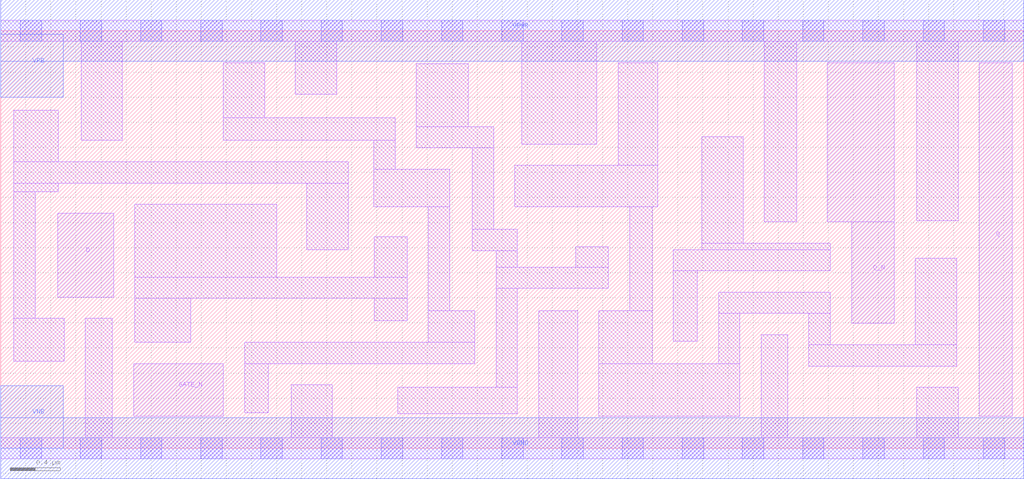
<source format=lef>
# Copyright 2020 The SkyWater PDK Authors
#
# Licensed under the Apache License, Version 2.0 (the "License");
# you may not use this file except in compliance with the License.
# You may obtain a copy of the License at
#
#     https://www.apache.org/licenses/LICENSE-2.0
#
# Unless required by applicable law or agreed to in writing, software
# distributed under the License is distributed on an "AS IS" BASIS,
# WITHOUT WARRANTIES OR CONDITIONS OF ANY KIND, either express or implied.
# See the License for the specific language governing permissions and
# limitations under the License.
#
# SPDX-License-Identifier: Apache-2.0

VERSION 5.5 ;
NAMESCASESENSITIVE ON ;
BUSBITCHARS "[]" ;
DIVIDERCHAR "/" ;
MACRO sky130_fd_sc_lp__dlxbn_1
  CLASS CORE ;
  SOURCE USER ;
  ORIGIN  0.000000  0.000000 ;
  SIZE  8.160000 BY  3.330000 ;
  SYMMETRY X Y R90 ;
  SITE unit ;
  PIN D
    ANTENNAGATEAREA  0.159000 ;
    DIRECTION INPUT ;
    USE SIGNAL ;
    PORT
      LAYER li1 ;
        RECT 0.455000 1.205000 0.900000 1.875000 ;
    END
  END D
  PIN Q
    ANTENNADIFFAREA  0.556500 ;
    DIRECTION OUTPUT ;
    USE SIGNAL ;
    PORT
      LAYER li1 ;
        RECT 7.805000 0.255000 8.065000 3.075000 ;
    END
  END Q
  PIN Q_N
    ANTENNADIFFAREA  0.556500 ;
    DIRECTION OUTPUT ;
    USE SIGNAL ;
    PORT
      LAYER li1 ;
        RECT 6.590000 1.805000 7.125000 3.075000 ;
        RECT 6.785000 0.995000 7.125000 1.805000 ;
    END
  END Q_N
  PIN GATE_N
    ANTENNAGATEAREA  0.159000 ;
    DIRECTION INPUT ;
    USE CLOCK ;
    PORT
      LAYER li1 ;
        RECT 1.060000 0.255000 1.775000 0.675000 ;
    END
  END GATE_N
  PIN VGND
    DIRECTION INOUT ;
    USE GROUND ;
    PORT
      LAYER met1 ;
        RECT 0.000000 -0.245000 8.160000 0.245000 ;
    END
  END VGND
  PIN VNB
    DIRECTION INOUT ;
    USE GROUND ;
    PORT
      LAYER met1 ;
        RECT 0.000000 0.000000 0.500000 0.500000 ;
    END
  END VNB
  PIN VPB
    DIRECTION INOUT ;
    USE POWER ;
    PORT
      LAYER met1 ;
        RECT 0.000000 2.800000 0.500000 3.300000 ;
    END
  END VPB
  PIN VPWR
    DIRECTION INOUT ;
    USE POWER ;
    PORT
      LAYER met1 ;
        RECT 0.000000 3.085000 8.160000 3.575000 ;
    END
  END VPWR
  OBS
    LAYER li1 ;
      RECT 0.000000 -0.085000 8.160000 0.085000 ;
      RECT 0.000000  3.245000 8.160000 3.415000 ;
      RECT 0.105000  0.695000 0.505000 1.035000 ;
      RECT 0.105000  1.035000 0.275000 2.045000 ;
      RECT 0.105000  2.045000 0.460000 2.115000 ;
      RECT 0.105000  2.115000 2.770000 2.285000 ;
      RECT 0.105000  2.285000 0.460000 2.695000 ;
      RECT 0.640000  2.455000 0.970000 3.245000 ;
      RECT 0.675000  0.085000 0.890000 1.035000 ;
      RECT 1.070000  0.845000 1.515000 1.195000 ;
      RECT 1.070000  1.195000 3.240000 1.365000 ;
      RECT 1.070000  1.365000 2.200000 1.945000 ;
      RECT 1.775000  2.455000 3.145000 2.635000 ;
      RECT 1.775000  2.635000 2.105000 3.075000 ;
      RECT 1.945000  0.285000 2.135000 0.675000 ;
      RECT 1.945000  0.675000 3.780000 0.845000 ;
      RECT 2.315000  0.085000 2.645000 0.505000 ;
      RECT 2.350000  2.825000 2.680000 3.245000 ;
      RECT 2.440000  1.585000 2.770000 2.115000 ;
      RECT 2.975000  1.925000 3.580000 2.225000 ;
      RECT 2.975000  2.225000 3.145000 2.455000 ;
      RECT 2.980000  1.015000 3.240000 1.195000 ;
      RECT 2.980000  1.365000 3.240000 1.685000 ;
      RECT 3.165000  0.275000 4.120000 0.485000 ;
      RECT 3.315000  2.395000 3.930000 2.565000 ;
      RECT 3.315000  2.565000 3.730000 3.065000 ;
      RECT 3.410000  0.845000 3.780000 1.095000 ;
      RECT 3.410000  1.095000 3.580000 1.925000 ;
      RECT 3.760000  1.575000 4.120000 1.745000 ;
      RECT 3.760000  1.745000 3.930000 2.395000 ;
      RECT 3.950000  0.485000 4.120000 1.275000 ;
      RECT 3.950000  1.275000 4.845000 1.445000 ;
      RECT 3.950000  1.445000 4.120000 1.575000 ;
      RECT 4.100000  1.925000 5.240000 2.255000 ;
      RECT 4.155000  2.425000 4.755000 3.245000 ;
      RECT 4.290000  0.085000 4.600000 1.095000 ;
      RECT 4.585000  1.445000 4.845000 1.605000 ;
      RECT 4.770000  0.255000 5.895000 0.675000 ;
      RECT 4.770000  0.675000 5.195000 1.095000 ;
      RECT 4.925000  2.255000 5.240000 3.075000 ;
      RECT 5.015000  1.095000 5.195000 1.925000 ;
      RECT 5.365000  0.855000 5.555000 1.415000 ;
      RECT 5.365000  1.415000 6.615000 1.585000 ;
      RECT 5.590000  1.585000 6.615000 1.635000 ;
      RECT 5.590000  1.635000 5.920000 2.485000 ;
      RECT 5.725000  0.675000 5.895000 1.075000 ;
      RECT 5.725000  1.075000 6.615000 1.245000 ;
      RECT 6.065000  0.085000 6.275000 0.905000 ;
      RECT 6.090000  1.805000 6.350000 3.245000 ;
      RECT 6.445000  0.655000 7.625000 0.825000 ;
      RECT 6.445000  0.825000 6.615000 1.075000 ;
      RECT 7.295000  0.825000 7.625000 1.515000 ;
      RECT 7.305000  0.085000 7.635000 0.485000 ;
      RECT 7.305000  1.815000 7.635000 3.245000 ;
    LAYER mcon ;
      RECT 0.155000 -0.085000 0.325000 0.085000 ;
      RECT 0.155000  3.245000 0.325000 3.415000 ;
      RECT 0.635000 -0.085000 0.805000 0.085000 ;
      RECT 0.635000  3.245000 0.805000 3.415000 ;
      RECT 1.115000 -0.085000 1.285000 0.085000 ;
      RECT 1.115000  3.245000 1.285000 3.415000 ;
      RECT 1.595000 -0.085000 1.765000 0.085000 ;
      RECT 1.595000  3.245000 1.765000 3.415000 ;
      RECT 2.075000 -0.085000 2.245000 0.085000 ;
      RECT 2.075000  3.245000 2.245000 3.415000 ;
      RECT 2.555000 -0.085000 2.725000 0.085000 ;
      RECT 2.555000  3.245000 2.725000 3.415000 ;
      RECT 3.035000 -0.085000 3.205000 0.085000 ;
      RECT 3.035000  3.245000 3.205000 3.415000 ;
      RECT 3.515000 -0.085000 3.685000 0.085000 ;
      RECT 3.515000  3.245000 3.685000 3.415000 ;
      RECT 3.995000 -0.085000 4.165000 0.085000 ;
      RECT 3.995000  3.245000 4.165000 3.415000 ;
      RECT 4.475000 -0.085000 4.645000 0.085000 ;
      RECT 4.475000  3.245000 4.645000 3.415000 ;
      RECT 4.955000 -0.085000 5.125000 0.085000 ;
      RECT 4.955000  3.245000 5.125000 3.415000 ;
      RECT 5.435000 -0.085000 5.605000 0.085000 ;
      RECT 5.435000  3.245000 5.605000 3.415000 ;
      RECT 5.915000 -0.085000 6.085000 0.085000 ;
      RECT 5.915000  3.245000 6.085000 3.415000 ;
      RECT 6.395000 -0.085000 6.565000 0.085000 ;
      RECT 6.395000  3.245000 6.565000 3.415000 ;
      RECT 6.875000 -0.085000 7.045000 0.085000 ;
      RECT 6.875000  3.245000 7.045000 3.415000 ;
      RECT 7.355000 -0.085000 7.525000 0.085000 ;
      RECT 7.355000  3.245000 7.525000 3.415000 ;
      RECT 7.835000 -0.085000 8.005000 0.085000 ;
      RECT 7.835000  3.245000 8.005000 3.415000 ;
  END
END sky130_fd_sc_lp__dlxbn_1
END LIBRARY

</source>
